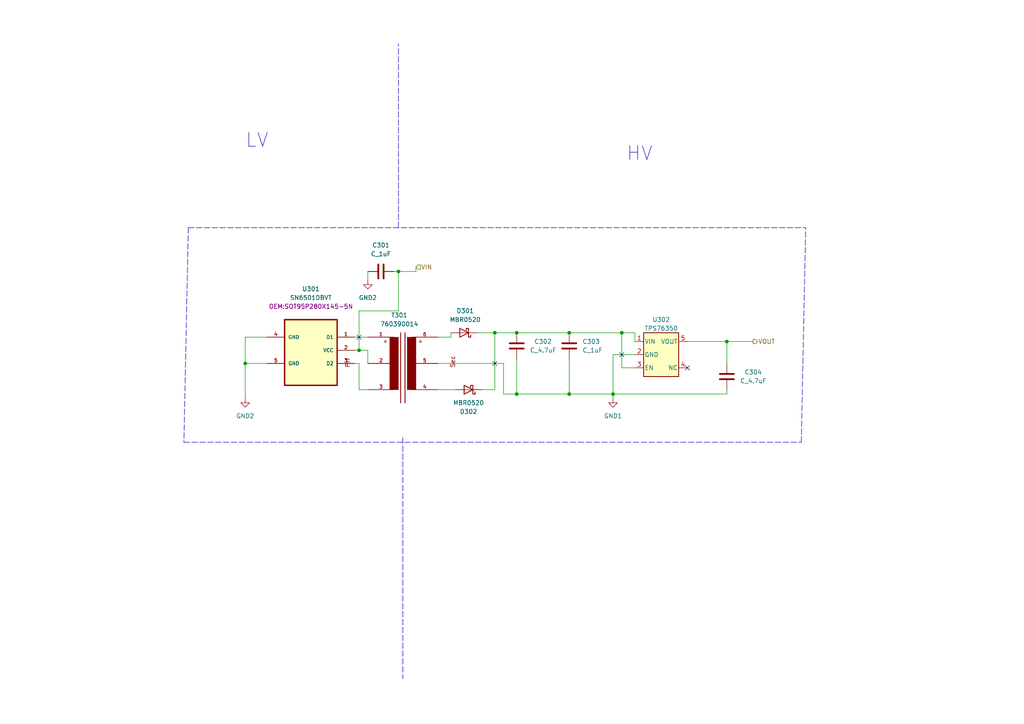
<source format=kicad_sch>
(kicad_sch (version 20211123) (generator eeschema)
  (paper "A4")
  (lib_symbols
    (symbol "Diode:MBR0520" (pin_numbers hide) (pin_names (offset 1.016) hide)
      (property "Reference" "D" (at 0 2.54 0))
      (property "Value" "MBR0520" (at 0 -2.54 0))
      (symbol "MBR0520_0_1"
        (polyline (pts (xy 1.27 0) (xy -1.27 0)))
        (polyline (pts (xy 1.27 1.27) (xy 1.27 -1.27) (xy -1.27 0) (xy 1.27 1.27)) (stroke (width 0.254)))
        (polyline (pts (xy -1.905 0.635) (xy -1.905 1.27) (xy -1.27 1.27) (xy -1.27 -1.27) (xy -0.635 -1.27) (xy -0.635 -0.635)) (stroke (width 0.254)))
      )
      (symbol "MBR0520_1_1"
        (pin passive line (at -3.81 0 0) (length 2.54) (name "K") (number "1"))
        (pin passive line (at 3.81 0 180) (length 2.54) (name "A") (number "2"))
      )
    )
    (symbol "OEM:760390014" (pin_names (offset 1.016))
      (property "Reference" "T" (at -10.16 10.16 0))
      (property "Value" "760390014" (at -10.16 -13.97 0))
      (symbol "760390014_0_0"
        (circle (center -5.08 6.35) (radius 0.2839))
        (rectangle (start -3.81 -7.62) (end -1.27 7.62) (stroke (width 0.1)) (fill (type outline)))
        (polyline (pts (xy -0.635 8.89) (xy -0.635 -11.43)) (stroke (width 0.254)))
        (polyline (pts (xy 0.635 8.89) (xy 0.635 -11.43)) (stroke (width 0.254)))
        (rectangle (start 1.27 -7.62) (end 3.81 7.62) (stroke (width 0.1)) (fill (type outline)))
        (circle (center 5.08 6.35) (radius 0.2839))
        (text "Pri" (at -15.24 -1.27 900) (effects (font (size 1.27 1.27)) (justify left bottom)))
        (text "Sec" (at 15.24 -1.27 900) (effects (font (size 1.27 1.27)) (justify left bottom)))
        (pin passive line (at -10.16 7.62 0) (length 7.62) (name "~") (number "1"))
        (pin passive line (at -10.16 0 0) (length 7.62) (name "~") (number "2"))
        (pin passive line (at -10.16 -7.62 0) (length 7.62) (name "~") (number "3"))
        (pin passive line (at 10.16 -7.62 180) (length 7.62) (name "~") (number "4"))
        (pin passive line (at 10.16 0 180) (length 7.62) (name "~") (number "5"))
        (pin passive line (at 10.16 7.62 180) (length 7.62) (name "~") (number "6"))
      )
    )
    (symbol "OEM:SN6501DBVT" (pin_names (offset 1.016))
      (property "Reference" "U" (at -3.81 12.7 0))
      (property "Value" "SN6501DBVT" (at -6.35 -13.97 0))
      (symbol "SN6501DBVT_0_0"
        (rectangle (start -7.62 8.89) (end 7.62 -10.16) (stroke (width 0.41)) (fill (type background)))
        (pin bidirectional line (at 12.7 3.81 180) (length 5.08) (name "D1") (number "1"))
        (pin power_in line (at 12.7 0 180) (length 5.08) (name "VCC") (number "2"))
        (pin bidirectional line (at 12.7 -3.81 180) (length 5.08) (name "D2") (number "3"))
        (pin power_in line (at -12.7 3.81 0) (length 5.08) (name "GND") (number "4"))
        (pin power_in line (at -12.7 -3.81 0) (length 5.08) (name "GND") (number "5"))
      )
    )
    (symbol "Regulator_Linear:TPS76350" (pin_names (offset 0.254))
      (property "Reference" "U?" (at 0 10.16 0))
      (property "Value" "TPS76350" (at 0 7.62 0))
      (symbol "TPS76350_0_1"
        (rectangle (start -5.08 6.35) (end 5.08 -6.35) (stroke (width 0.254)) (fill (type background)))
      )
      (symbol "TPS76350_1_1"
        (pin power_in line (at -7.62 3.81 0) (length 2.54) (name "VIN") (number "1"))
        (pin power_in line (at -7.62 0 0) (length 2.54) (name "GND") (number "2"))
        (pin input line (at -7.62 -3.81 0) (length 2.54) (name "EN") (number "3"))
        (pin input line (at 7.62 -3.81 180) (length 2.54) (name "NC") (number "4"))
        (pin power_out line (at 7.62 3.81 180) (length 2.54) (name "VOUT") (number "5"))
      )
    )
    (symbol "formula:C_1uF" (pin_numbers hide) (pin_names (offset 0.254))
      (property "Reference" "C" (at 0.635 3.81 0))
      (property "Value" "C_1uF" (at 0.635 -1.27 0))
      (symbol "C_1uF_0_1"
        (polyline (pts (xy -2.032 0.508) (xy 2.032 0.508)) (stroke (width 0.508)))
        (polyline (pts (xy -2.032 2.032) (xy 2.032 2.032)) (stroke (width 0.508)))
      )
      (symbol "C_1uF_1_1"
        (pin passive line (at 0 5.08 270) (length 2.794) (name "~") (number "1"))
        (pin passive line (at 0 -2.54 90) (length 2.794) (name "~") (number "2"))
      )
    )
    (symbol "formula:C_4.7uF" (pin_numbers hide) (pin_names (offset 0.254))
      (property "Reference" "C" (at 0.635 2.54 0))
      (property "Value" "C_4.7uF" (at 0.635 -2.54 0))
      (symbol "C_4.7uF_0_1"
        (polyline (pts (xy -2.032 -0.762) (xy 2.032 -0.762)) (stroke (width 0.508)))
        (polyline (pts (xy -2.032 0.762) (xy 2.032 0.762)) (stroke (width 0.508)))
      )
      (symbol "C_4.7uF_1_1"
        (pin passive line (at 0 3.81 270) (length 2.794) (name "~") (number "1"))
        (pin passive line (at 0 -3.81 90) (length 2.794) (name "~") (number "2"))
      )
    )
    (symbol "power:GND1" (power) (pin_names (offset 0))
      (property "Value" "GND1" (at 0 -3.81 0))
      (symbol "GND1_0_1"
        (polyline (pts (xy 0 0) (xy 0 -1.27) (xy 1.27 -1.27) (xy 0 -2.54) (xy -1.27 -1.27) (xy 0 -1.27)))
      )
      (symbol "GND1_1_1"
        (pin power_in line (at 0 0 270) (length 0) hide (name "GND1") (number "1"))
      )
    )
    (symbol "power:GND2" (power) (pin_names (offset 0))
      (property "Value" "GND2" (at 0 -3.81 0))
      (symbol "GND2_0_1"
        (polyline (pts (xy 0 0) (xy 0 -1.27) (xy 1.27 -1.27) (xy 0 -2.54) (xy -1.27 -1.27) (xy 0 -1.27)))
      )
      (symbol "GND2_1_1"
        (pin power_in line (at 0 0 270) (length 0) hide (name "GND2") (number "1"))
      )
    )
  )
  (junction (at 143.51 96.52))
  (junction (at 104.14 101.6))
  (junction (at 210.82 99.06))
  (junction (at 177.8 114.3))
  (junction (at 165.1 96.52))
  (junction (at 115.57 78.74))
  (junction (at 149.86 96.52))
  (junction (at 165.1 114.3))
  (junction (at 71.12 105.41))
  (junction (at 149.86 114.3))
  (junction (at 180.34 96.52))
  (no_connect (at 180.34 102.87))
  (no_connect (at 104.14 97.79))
  (no_connect (at 199.39 106.68))
  (no_connect (at 143.51 105.41))
  (wire (pts (xy 184.15 96.52) (xy 180.34 96.52)))
  (wire (pts (xy 210.82 113.03) (xy 210.82 114.3)))
  (wire (pts (xy 127 113.03) (xy 132.08 113.03)))
  (wire (pts (xy 139.7 113.03) (xy 143.51 113.03)))
  (polyline (pts (xy 53.34 128.27) (xy 232.41 128.27)))
  (wire (pts (xy 149.86 114.3) (xy 165.1 114.3)))
  (wire (pts (xy 127 97.79) (xy 130.81 97.79)))
  (wire (pts (xy 127 105.41) (xy 146.05 105.41)))
  (wire (pts (xy 177.8 114.3) (xy 177.8 102.87)))
  (wire (pts (xy 177.8 102.87) (xy 184.15 102.87)))
  (wire (pts (xy 71.12 105.41) (xy 71.12 97.79)))
  (wire (pts (xy 104.14 101.6) (xy 102.87 101.6)))
  (wire (pts (xy 210.82 99.06) (xy 218.44 99.06)))
  (wire (pts (xy 146.05 114.3) (xy 149.86 114.3)))
  (wire (pts (xy 199.39 99.06) (xy 210.82 99.06)))
  (wire (pts (xy 138.43 96.52) (xy 143.51 96.52)))
  (wire (pts (xy 104.14 90.17) (xy 104.14 101.6)))
  (polyline (pts (xy 115.57 66.04) (xy 115.57 12.7)))
  (wire (pts (xy 177.8 115.57) (xy 177.8 114.3)))
  (polyline (pts (xy 232.41 128.27) (xy 233.68 66.04)))
  (wire (pts (xy 102.87 105.41) (xy 104.14 105.41)))
  (wire (pts (xy 146.05 105.41) (xy 146.05 114.3)))
  (wire (pts (xy 115.57 78.74) (xy 120.65 78.74)))
  (polyline (pts (xy 54.61 66.04) (xy 233.68 66.04)))
  (wire (pts (xy 106.68 78.74) (xy 106.68 81.28)))
  (wire (pts (xy 130.81 97.79) (xy 130.81 96.52)))
  (wire (pts (xy 71.12 105.41) (xy 77.47 105.41)))
  (wire (pts (xy 210.82 99.06) (xy 210.82 105.41)))
  (wire (pts (xy 120.65 78.74) (xy 120.65 77.47)))
  (wire (pts (xy 106.68 105.41) (xy 106.68 101.6)))
  (wire (pts (xy 210.82 114.3) (xy 177.8 114.3)))
  (wire (pts (xy 184.15 99.06) (xy 184.15 96.52)))
  (wire (pts (xy 102.87 97.79) (xy 106.68 97.79)))
  (wire (pts (xy 115.57 90.17) (xy 115.57 78.74)))
  (wire (pts (xy 104.14 113.03) (xy 106.68 113.03)))
  (wire (pts (xy 184.15 106.68) (xy 180.34 106.68)))
  (wire (pts (xy 114.3 78.74) (xy 115.57 78.74)))
  (wire (pts (xy 104.14 90.17) (xy 115.57 90.17)))
  (wire (pts (xy 165.1 104.14) (xy 165.1 114.3)))
  (wire (pts (xy 149.86 104.14) (xy 149.86 114.3)))
  (wire (pts (xy 143.51 96.52) (xy 149.86 96.52)))
  (polyline (pts (xy 116.84 127) (xy 116.84 196.85)))
  (wire (pts (xy 165.1 114.3) (xy 177.8 114.3)))
  (wire (pts (xy 149.86 96.52) (xy 165.1 96.52)))
  (polyline (pts (xy 54.61 66.04) (xy 53.34 128.27)))
  (wire (pts (xy 143.51 113.03) (xy 143.51 96.52)))
  (wire (pts (xy 104.14 105.41) (xy 104.14 113.03)))
  (wire (pts (xy 71.12 115.57) (xy 71.12 105.41)))
  (wire (pts (xy 71.12 97.79) (xy 77.47 97.79)))
  (wire (pts (xy 180.34 96.52) (xy 165.1 96.52)))
  (wire (pts (xy 106.68 101.6) (xy 104.14 101.6)))
  (wire (pts (xy 180.34 106.68) (xy 180.34 96.52)))
  (text "LV" (at 71.12 43.18 0) (effects (font (size 4 4)) (justify left bottom)))
  (text "HV" (at 181.61 46.99 0) (effects (font (size 4 4)) (justify left bottom)))
  (hierarchical_label "VOUT " (shape output) (at 218.44 99.06 0))
  (hierarchical_label "VIN" (shape input) (at 120.65 77.47 0))
  (symbol (lib_id "formula:C_1uF") (at 165.1 101.6 0) (unit 1)
    (property "Reference" "C303" (at 168.91 99.0599 0) (effects (justify left)))
    (property "Value" "C_1uF" (at 168.91 101.5999 0) (effects (justify left)))
    (property "Footprint" "footprints:C_0805_OEM" (effects hide))
    (property "Datasheet" "https://media.digikey.com/pdf/Data%20Sheets/Samsung%20PDFs/CL21B105KBFNNNG_Spec.pdf" (effects hide))
    (property "PurchasingLink" "https://www.digikey.com/en/products/detail/samsung-electro-mechanics/CL21B105KBFNNNG/3894467" (effects hide))
    (property "MFN" "DK" (effects hide))
    (property "MPN" "1276-6470-1-ND" (effects hide))
  )
  (symbol (lib_id "formula:C_4.7uF") (at 210.82 109.22 0) (unit 1)
    (property "Reference" "C304" (at 215.9 107.95 0) (effects (justify left)))
    (property "Value" "C_4.7uF" (at 214.63 110.49 0) (effects (justify left)))
    (property "Footprint" "footprints:C_0603_1608Metric" (effects hide))
    (property "Datasheet" "http://www.samsungsem.com/kr/support/product-search/mlcc/CL10A475KQ8NNNC.jsp" (effects hide))
    (property "MFN" "DK" (effects hide))
    (property "MPN" "1276-1045-1-ND" (effects hide))
    (property "PurchasingLink" "https://www.digikey.com/product-detail/en/samsung-electro-mechanics/CL10A475KQ8NNNC/1276-1045-1-ND/3889131" (effects hide))
  )
  (symbol (lib_id "Diode:MBR0520") (at 134.62 96.52 180) (unit 1)
    (property "Reference" "D301" (at 134.9375 90.17 0))
    (property "Value" "MBR0520" (at 134.9375 92.71 0))
    (property "Footprint" "Diode_SMD:D_SOD-123" (effects hide))
    (property "Datasheet" "http://www.mccsemi.com/up_pdf/MBR0520~MBR0580(SOD123).pdf" (effects hide))
  )
  (symbol (lib_id "formula:C_4.7uF") (at 149.86 100.33 0) (unit 1)
    (property "Reference" "C302" (at 154.94 99.06 0) (effects (justify left)))
    (property "Value" "C_4.7uF" (at 153.67 101.6 0) (effects (justify left)))
    (property "Footprint" "footprints:C_0603_1608Metric" (effects hide))
    (property "Datasheet" "http://www.samsungsem.com/kr/support/product-search/mlcc/CL10A475KQ8NNNC.jsp" (effects hide))
    (property "MFN" "DK" (effects hide))
    (property "MPN" "1276-1045-1-ND" (effects hide))
    (property "PurchasingLink" "https://www.digikey.com/product-detail/en/samsung-electro-mechanics/CL10A475KQ8NNNC/1276-1045-1-ND/3889131" (effects hide))
  )
  (symbol (lib_id "Diode:MBR0520") (at 135.89 113.03 180) (unit 1)
    (property "Reference" "D302" (at 135.89 119.38 0))
    (property "Value" "MBR0520" (at 135.89 116.84 0))
    (property "Footprint" "Diode_SMD:D_SOD-123" (effects hide))
    (property "Datasheet" "http://www.mccsemi.com/up_pdf/MBR0520~MBR0580(SOD123).pdf" (effects hide))
  )
  (symbol (lib_id "power:GND2") (at 106.68 81.28 0) (unit 1)
    (property "Reference" "#PWR?" (effects hide))
    (property "Value" "GND2" (at 106.68 86.36 0))
  )
  (symbol (lib_id "power:GND1") (at 177.8 115.57 0) (unit 1)
    (property "Reference" "#PWR?" (effects hide))
    (property "Value" "GND1" (at 177.8 120.65 0))
  )
  (symbol (lib_id "formula:C_1uF") (at 111.76 78.74 90) (unit 1)
    (property "Reference" "C301" (at 110.49 71.12 90))
    (property "Value" "C_1uF" (at 110.49 73.66 90))
    (property "Footprint" "footprints:C_0805_OEM" (effects hide))
    (property "Datasheet" "https://media.digikey.com/pdf/Data%20Sheets/Samsung%20PDFs/CL21B105KBFNNNG_Spec.pdf" (effects hide))
    (property "PurchasingLink" "https://www.digikey.com/en/products/detail/samsung-electro-mechanics/CL21B105KBFNNNG/3894467" (effects hide))
    (property "MFN" "DK" (effects hide))
    (property "MPN" "1276-6470-1-ND" (effects hide))
  )
  (symbol (lib_id "OEM:760390014") (at 116.84 105.41 0) (unit 1)
    (property "Reference" "T301" (at 115.8176 91.44 0))
    (property "Value" "760390014" (at 115.8176 93.98 0))
    (property "Footprint" "TOR-6P-HT4_SMT_6PIN_(1109)" (effects hide))
  )
  (symbol (lib_id "Regulator_Linear:TPS76350") (at 191.77 102.87 0) (unit 1)
    (property "Reference" "U302" (at 191.77 92.71 0))
    (property "Value" "TPS76350" (at 191.77 95.25 0))
    (property "Footprint" "Package_TO_SOT_SMD:SOT-23-5" (effects hide))
    (property "Datasheet" "http://www.ti.com/lit/ds/symlink/tps763.pdf" (effects hide))
  )
  (symbol (lib_id "OEM:SN6501DBVT") (at 90.17 101.6 0) (unit 1)
    (property "Reference" "U301" (at 90.17 83.82 0))
    (property "Value" "SN6501DBVT" (at 90.17 86.36 0))
    (property "Footprint" "OEM:SOT95P280X145-5N" (at 90.17 88.9 0))
  )
  (symbol (lib_id "power:GND2") (at 71.12 115.57 0) (unit 1)
    (property "Reference" "#PWR?" (effects hide))
    (property "Value" "GND2" (at 71.12 120.65 0))
  )
)
</source>
